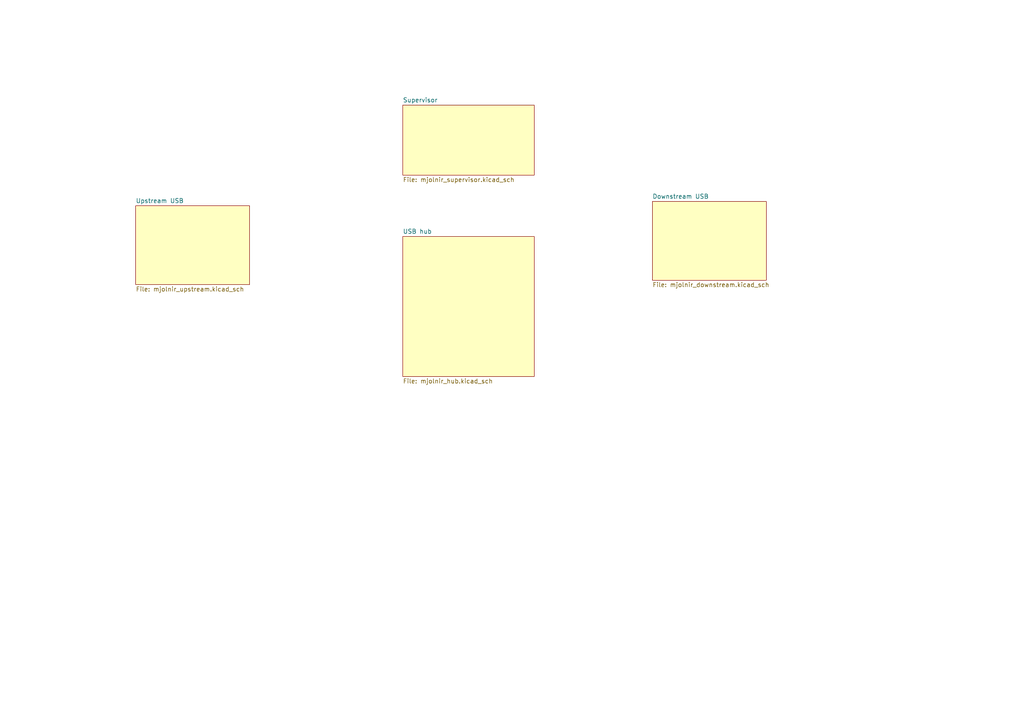
<source format=kicad_sch>
(kicad_sch
	(version 20231120)
	(generator "eeschema")
	(generator_version "8.0")
	(uuid "286b0abf-040a-44e6-b6fe-1e64b2aca016")
	(paper "A4")
	(lib_symbols)
	(sheet
		(at 116.84 68.58)
		(size 38.1 40.64)
		(fields_autoplaced yes)
		(stroke
			(width 0.1524)
			(type solid)
		)
		(fill
			(color 255 255 194 1.0000)
		)
		(uuid "34a08cfa-abc8-4e45-88dd-67b1df50d310")
		(property "Sheetname" "USB hub"
			(at 116.84 67.8684 0)
			(effects
				(font
					(size 1.27 1.27)
				)
				(justify left bottom)
			)
		)
		(property "Sheetfile" "mjolnir_hub.kicad_sch"
			(at 116.84 109.8046 0)
			(effects
				(font
					(size 1.27 1.27)
				)
				(justify left top)
			)
		)
		(instances
			(project "mjolnir"
				(path "/286b0abf-040a-44e6-b6fe-1e64b2aca016"
					(page "2")
				)
			)
		)
	)
	(sheet
		(at 189.23 58.42)
		(size 33.02 22.86)
		(fields_autoplaced yes)
		(stroke
			(width 0.1524)
			(type solid)
		)
		(fill
			(color 255 255 194 1.0000)
		)
		(uuid "b6acd6ca-82d0-4e29-a3c2-93c216e338de")
		(property "Sheetname" "Downstream USB"
			(at 189.23 57.7084 0)
			(effects
				(font
					(size 1.27 1.27)
				)
				(justify left bottom)
			)
		)
		(property "Sheetfile" "mjolnir_downstream.kicad_sch"
			(at 189.23 81.8646 0)
			(effects
				(font
					(size 1.27 1.27)
				)
				(justify left top)
			)
		)
		(instances
			(project "mjolnir"
				(path "/286b0abf-040a-44e6-b6fe-1e64b2aca016"
					(page "3")
				)
			)
		)
	)
	(sheet
		(at 39.37 59.69)
		(size 33.02 22.86)
		(fields_autoplaced yes)
		(stroke
			(width 0.1524)
			(type solid)
		)
		(fill
			(color 255 255 194 1.0000)
		)
		(uuid "cbe5906a-6217-4255-8a8b-87687e2ac629")
		(property "Sheetname" "Upstream USB"
			(at 39.37 58.9784 0)
			(effects
				(font
					(size 1.27 1.27)
				)
				(justify left bottom)
			)
		)
		(property "Sheetfile" "mjolnir_upstream.kicad_sch"
			(at 39.37 83.1346 0)
			(effects
				(font
					(size 1.27 1.27)
				)
				(justify left top)
			)
		)
		(instances
			(project "mjolnir"
				(path "/286b0abf-040a-44e6-b6fe-1e64b2aca016"
					(page "5")
				)
			)
		)
	)
	(sheet
		(at 116.84 30.48)
		(size 38.1 20.32)
		(fields_autoplaced yes)
		(stroke
			(width 0.1524)
			(type solid)
		)
		(fill
			(color 255 255 194 1.0000)
		)
		(uuid "df9a6b19-e208-4638-a325-c10b066c9c9f")
		(property "Sheetname" "Supervisor"
			(at 116.84 29.7684 0)
			(effects
				(font
					(size 1.27 1.27)
				)
				(justify left bottom)
			)
		)
		(property "Sheetfile" "mjolnir_supervisor.kicad_sch"
			(at 116.84 51.3846 0)
			(effects
				(font
					(size 1.27 1.27)
				)
				(justify left top)
			)
		)
		(instances
			(project "mjolnir"
				(path "/286b0abf-040a-44e6-b6fe-1e64b2aca016"
					(page "4")
				)
			)
		)
	)
	(sheet_instances
		(path "/"
			(page "1")
		)
	)
)
</source>
